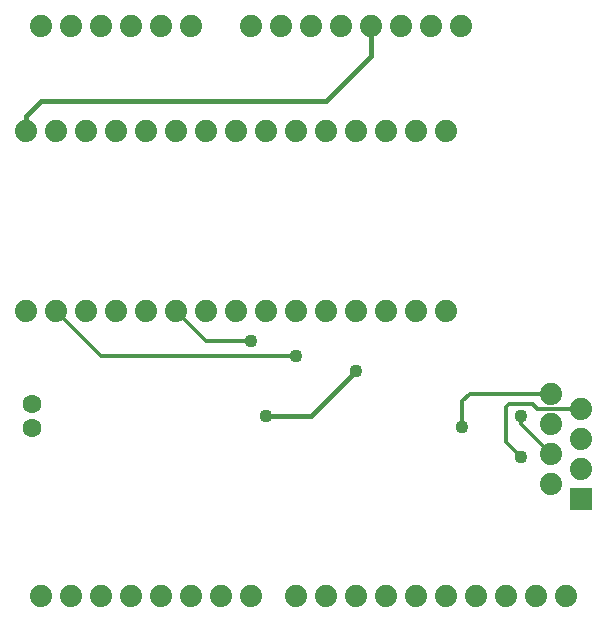
<source format=gbl>
G75*
%MOIN*%
%OFA0B0*%
%FSLAX25Y25*%
%IPPOS*%
%LPD*%
%AMOC8*
5,1,8,0,0,1.08239X$1,22.5*
%
%ADD10C,0.07400*%
%ADD11R,0.07400X0.07400*%
%ADD12C,0.06299*%
%ADD13C,0.01600*%
%ADD14C,0.04362*%
%ADD15C,0.01200*%
D10*
X0045000Y0045000D03*
X0055000Y0045000D03*
X0065000Y0045000D03*
X0075000Y0045000D03*
X0085000Y0045000D03*
X0095000Y0045000D03*
X0105000Y0045000D03*
X0115000Y0045000D03*
X0130000Y0045000D03*
X0140000Y0045000D03*
X0150000Y0045000D03*
X0160000Y0045000D03*
X0170000Y0045000D03*
X0180000Y0045000D03*
X0190000Y0045000D03*
X0200000Y0045000D03*
X0210000Y0045000D03*
X0220000Y0045000D03*
X0215000Y0082500D03*
X0225000Y0087500D03*
X0215000Y0092500D03*
X0225000Y0097500D03*
X0215000Y0102500D03*
X0225000Y0107500D03*
X0215000Y0112500D03*
X0180000Y0140000D03*
X0170000Y0140000D03*
X0160000Y0140000D03*
X0150000Y0140000D03*
X0140000Y0140000D03*
X0130000Y0140000D03*
X0120000Y0140000D03*
X0110000Y0140000D03*
X0100000Y0140000D03*
X0090000Y0140000D03*
X0080000Y0140000D03*
X0070000Y0140000D03*
X0060000Y0140000D03*
X0050000Y0140000D03*
X0040000Y0140000D03*
X0040000Y0200000D03*
X0050000Y0200000D03*
X0060000Y0200000D03*
X0070000Y0200000D03*
X0080000Y0200000D03*
X0090000Y0200000D03*
X0100000Y0200000D03*
X0110000Y0200000D03*
X0120000Y0200000D03*
X0130000Y0200000D03*
X0140000Y0200000D03*
X0150000Y0200000D03*
X0160000Y0200000D03*
X0170000Y0200000D03*
X0180000Y0200000D03*
X0175000Y0235000D03*
X0165000Y0235000D03*
X0155000Y0235000D03*
X0145000Y0235000D03*
X0135000Y0235000D03*
X0125000Y0235000D03*
X0115000Y0235000D03*
X0095000Y0235000D03*
X0085000Y0235000D03*
X0075000Y0235000D03*
X0065000Y0235000D03*
X0055000Y0235000D03*
X0045000Y0235000D03*
X0185000Y0235000D03*
D11*
X0225000Y0077500D03*
D12*
X0042165Y0101063D03*
X0042165Y0108937D03*
D13*
X0120000Y0105000D02*
X0135000Y0105000D01*
X0150000Y0120000D01*
X0040000Y0200000D02*
X0040000Y0205000D01*
X0045000Y0210000D01*
X0140000Y0210000D01*
X0155000Y0225000D01*
X0155000Y0235000D01*
D14*
X0115000Y0130000D03*
X0130000Y0125000D03*
X0150000Y0120000D03*
X0120000Y0105000D03*
X0185500Y0101500D03*
X0205000Y0105000D03*
X0205000Y0091500D03*
D15*
X0200000Y0096500D01*
X0200000Y0108000D01*
X0201000Y0109000D01*
X0209000Y0109000D01*
X0210500Y0107500D01*
X0225000Y0107500D01*
X0215000Y0112500D02*
X0188000Y0112500D01*
X0185500Y0110000D01*
X0185500Y0101500D01*
X0205000Y0102500D02*
X0215000Y0092500D01*
X0205000Y0102500D02*
X0205000Y0105000D01*
X0130000Y0125000D02*
X0065000Y0125000D01*
X0050000Y0140000D01*
X0090000Y0140000D02*
X0100000Y0130000D01*
X0115000Y0130000D01*
M02*

</source>
